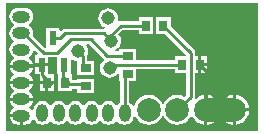
<source format=gbl>
%FSLAX25Y25*%
%MOIN*%
G70*
G01*
G75*
G04 Layer_Physical_Order=2*
G04 Layer_Color=16711680*
%ADD10R,0.25197X0.22835*%
%ADD11R,0.08661X0.03150*%
%ADD12O,0.02362X0.07087*%
%ADD13C,0.04000*%
%ADD14C,0.01000*%
%ADD15C,0.07874*%
%ADD16O,0.03937X0.05906*%
%ADD17O,0.05906X0.03937*%
%ADD18C,0.04500*%
%ADD19R,0.03543X0.02756*%
%ADD20R,0.02756X0.03543*%
%ADD21R,0.02362X0.04528*%
G36*
X84500Y500D02*
X500D01*
Y43000D01*
X84500D01*
Y500D01*
D02*
G37*
%LPC*%
G36*
X77000Y12414D02*
Y8000D01*
X81414D01*
X81310Y8789D01*
X80813Y9990D01*
X80021Y11021D01*
X78990Y11812D01*
X77789Y12310D01*
X77000Y12414D01*
D02*
G37*
G36*
X6484Y41494D02*
X4516D01*
X3741Y41392D01*
X3019Y41093D01*
X2399Y40617D01*
X1923Y39997D01*
X1624Y39275D01*
X1522Y38500D01*
X1624Y37725D01*
X1923Y37003D01*
X2399Y36383D01*
X2898Y36000D01*
Y35500D01*
X2399Y35117D01*
X1923Y34497D01*
X1624Y33775D01*
X1522Y33000D01*
X1624Y32225D01*
X1923Y31503D01*
X2399Y30883D01*
X2898Y30500D01*
Y30000D01*
X2399Y29617D01*
X1923Y28997D01*
X1624Y28275D01*
X1522Y27500D01*
X1624Y26725D01*
X1923Y26003D01*
X2399Y25383D01*
X2898Y25000D01*
Y24500D01*
X2399Y24117D01*
X1923Y23497D01*
X1624Y22775D01*
X1587Y22500D01*
X9413D01*
X9376Y22775D01*
X9077Y23497D01*
X8601Y24117D01*
X8102Y24500D01*
Y25000D01*
X8601Y25383D01*
X9077Y26003D01*
X9376Y26725D01*
X9433Y27159D01*
X9907Y27320D01*
X10930Y26297D01*
X10739Y25835D01*
X10079D01*
Y23071D01*
X14441D01*
Y24971D01*
X17500D01*
X17559Y24922D01*
Y19307D01*
X17575D01*
Y19272D01*
X17575D01*
Y13728D01*
X22331D01*
Y14471D01*
X24228D01*
Y13169D01*
X29772D01*
Y17925D01*
X24228D01*
Y17529D01*
X22601D01*
X22534Y17629D01*
X22331Y17832D01*
Y19272D01*
X21921D01*
Y19307D01*
X21921D01*
Y24317D01*
X22370Y24538D01*
X22861Y24161D01*
X23652Y23834D01*
X24228Y23758D01*
Y19075D01*
X29772D01*
Y23831D01*
X27529D01*
Y25500D01*
X27486Y25717D01*
X27666Y26152D01*
X27778Y27000D01*
X27666Y27848D01*
X27339Y28639D01*
X27045Y29022D01*
X27266Y29471D01*
X28023D01*
X32976Y24518D01*
X32944Y24019D01*
X32682Y23818D01*
X32161Y23139D01*
X31834Y22348D01*
X31722Y21500D01*
X31834Y20652D01*
X32161Y19861D01*
X32682Y19182D01*
X33361Y18661D01*
X34152Y18334D01*
X35000Y18222D01*
X35848Y18334D01*
X36639Y18661D01*
X37318Y19182D01*
X37755Y19751D01*
X38228Y19591D01*
Y17169D01*
X38471D01*
Y10052D01*
X37883Y9601D01*
X37500Y9103D01*
X37000D01*
X36617Y9601D01*
X35997Y10077D01*
X35275Y10376D01*
X34500Y10478D01*
X33725Y10376D01*
X33003Y10077D01*
X32383Y9601D01*
X32000Y9103D01*
X31500D01*
X31117Y9601D01*
X30497Y10077D01*
X29775Y10376D01*
X29000Y10478D01*
X28225Y10376D01*
X27503Y10077D01*
X26883Y9601D01*
X26500Y9103D01*
X26000D01*
X25617Y9601D01*
X24997Y10077D01*
X24275Y10376D01*
X23500Y10478D01*
X22725Y10376D01*
X22003Y10077D01*
X21383Y9601D01*
X21000Y9103D01*
X20500D01*
X20117Y9601D01*
X19497Y10077D01*
X18775Y10376D01*
X18000Y10478D01*
X17225Y10376D01*
X16503Y10077D01*
X15883Y9601D01*
X15500Y9103D01*
X15000D01*
X14617Y9601D01*
X13997Y10077D01*
X13275Y10376D01*
X12500Y10478D01*
X11725Y10376D01*
X11003Y10077D01*
X10383Y9601D01*
X9907Y8981D01*
X9608Y8259D01*
X9506Y7484D01*
Y7216D01*
X9032Y7056D01*
X8601Y7617D01*
X8102Y8000D01*
Y8500D01*
X8601Y8883D01*
X9077Y9503D01*
X9376Y10225D01*
X9413Y10500D01*
X1587D01*
X1624Y10225D01*
X1923Y9503D01*
X2399Y8883D01*
X2898Y8500D01*
Y8000D01*
X2399Y7617D01*
X1923Y6997D01*
X1624Y6275D01*
X1587Y6000D01*
X5500D01*
Y5500D01*
X6000D01*
Y2506D01*
X6484D01*
X7259Y2608D01*
X7981Y2907D01*
X8601Y3383D01*
X9077Y4003D01*
X9245Y4409D01*
X9745D01*
X9907Y4019D01*
X10383Y3399D01*
X11003Y2923D01*
X11725Y2624D01*
X12500Y2522D01*
X13275Y2624D01*
X13997Y2923D01*
X14617Y3399D01*
X15000Y3898D01*
X15500D01*
X15883Y3399D01*
X16503Y2923D01*
X17225Y2624D01*
X18000Y2522D01*
X18775Y2624D01*
X19497Y2923D01*
X20117Y3399D01*
X20500Y3898D01*
X21000D01*
X21383Y3399D01*
X22003Y2923D01*
X22725Y2624D01*
X23500Y2522D01*
X24275Y2624D01*
X24997Y2923D01*
X25617Y3399D01*
X26000Y3898D01*
X26500D01*
X26883Y3399D01*
X27503Y2923D01*
X28225Y2624D01*
X29000Y2522D01*
X29775Y2624D01*
X30497Y2923D01*
X31117Y3399D01*
X31500Y3898D01*
X32000D01*
X32383Y3399D01*
X33003Y2923D01*
X33725Y2624D01*
X34500Y2522D01*
X35275Y2624D01*
X35997Y2923D01*
X36617Y3399D01*
X37000Y3898D01*
X37500D01*
X37883Y3399D01*
X38503Y2923D01*
X39225Y2624D01*
X40000Y2522D01*
X40775Y2624D01*
X41497Y2923D01*
X42117Y3399D01*
X42593Y4019D01*
X42892Y4741D01*
X42985Y5445D01*
X43481Y5510D01*
X43687Y5010D01*
X44479Y3979D01*
X45510Y3187D01*
X46711Y2690D01*
X48000Y2520D01*
X49289Y2690D01*
X50490Y3187D01*
X51521Y3979D01*
X52312Y5010D01*
X52500Y5463D01*
X53000D01*
X53188Y5010D01*
X53979Y3979D01*
X55010Y3187D01*
X56211Y2690D01*
X57500Y2520D01*
X58789Y2690D01*
X59990Y3187D01*
X61021Y3979D01*
X61813Y5010D01*
X62000Y5463D01*
X62500D01*
X62687Y5010D01*
X63479Y3979D01*
X64510Y3187D01*
X65711Y2690D01*
X66500Y2586D01*
Y7500D01*
Y12414D01*
X65711Y12310D01*
X64510Y11812D01*
X63801Y11268D01*
X63376Y11532D01*
X63455Y11925D01*
Y19728D01*
X64453D01*
Y22500D01*
Y25272D01*
X63455D01*
Y26528D01*
X63338Y27113D01*
X63007Y27609D01*
X55244Y35372D01*
Y38358D01*
X50488D01*
Y32815D01*
X53475D01*
X60396Y25894D01*
Y25272D01*
X56669D01*
Y24104D01*
X43772D01*
Y27831D01*
X38228D01*
Y26982D01*
X36781D01*
X36684Y27472D01*
X37139Y27661D01*
X37818Y28182D01*
X38339Y28861D01*
X38666Y29652D01*
X38778Y30500D01*
X38666Y31348D01*
X38339Y32139D01*
X37889Y32726D01*
X39220Y34057D01*
X44583D01*
Y32815D01*
X49339D01*
Y38358D01*
X44583D01*
Y37116D01*
X38587D01*
X38058Y37011D01*
X37887Y37171D01*
X37705Y37444D01*
X37778Y38000D01*
X37666Y38848D01*
X37339Y39639D01*
X36818Y40318D01*
X36139Y40839D01*
X35348Y41166D01*
X34500Y41278D01*
X33652Y41166D01*
X32861Y40839D01*
X32182Y40318D01*
X31661Y39639D01*
X31334Y38848D01*
X31222Y38000D01*
X31334Y37152D01*
X31661Y36361D01*
X32182Y35682D01*
X32861Y35161D01*
X33310Y34975D01*
X33165Y34497D01*
X33000Y34529D01*
X20000D01*
X19415Y34413D01*
X18919Y34081D01*
X18643Y33806D01*
X18181Y33997D01*
Y34693D01*
X13819D01*
Y28387D01*
X13357Y28195D01*
X9362Y32190D01*
X9376Y32225D01*
X9478Y33000D01*
X9376Y33775D01*
X9077Y34497D01*
X8601Y35117D01*
X8102Y35500D01*
Y36000D01*
X8601Y36383D01*
X9077Y37003D01*
X9376Y37725D01*
X9478Y38500D01*
X9376Y39275D01*
X9077Y39997D01*
X8601Y40617D01*
X7981Y41093D01*
X7259Y41392D01*
X6484Y41494D01*
D02*
G37*
G36*
X9413Y16000D02*
X1587D01*
X1624Y15725D01*
X1923Y15003D01*
X2399Y14383D01*
X2898Y14000D01*
Y13500D01*
X2399Y13117D01*
X1923Y12497D01*
X1624Y11775D01*
X1587Y11500D01*
X9413D01*
X9376Y11775D01*
X9077Y12497D01*
X8601Y13117D01*
X8102Y13500D01*
Y14000D01*
X8601Y14383D01*
X9077Y15003D01*
X9376Y15725D01*
X9413Y16000D01*
D02*
G37*
G36*
X81414Y7000D02*
X77000D01*
Y2586D01*
X77789Y2690D01*
X78990Y3187D01*
X80021Y3979D01*
X80813Y5010D01*
X81310Y6211D01*
X81414Y7000D01*
D02*
G37*
G36*
X5000Y5000D02*
X1587D01*
X1624Y4725D01*
X1923Y4003D01*
X2399Y3383D01*
X3019Y2907D01*
X3741Y2608D01*
X4516Y2506D01*
X5000D01*
Y5000D01*
D02*
G37*
G36*
X69897Y3500D02*
X67500D01*
Y2586D01*
X68289Y2690D01*
X69490Y3187D01*
X69897Y3500D01*
D02*
G37*
G36*
X76000D02*
X73603D01*
X74010Y3187D01*
X75211Y2690D01*
X76000Y2586D01*
Y3500D01*
D02*
G37*
G36*
X67500Y12414D02*
Y11500D01*
X69897D01*
X69490Y11812D01*
X68289Y12310D01*
X67500Y12414D01*
D02*
G37*
G36*
X14441Y22071D02*
X10079D01*
Y19307D01*
X11634D01*
X11669Y19272D01*
X11669Y18954D01*
X11669Y18954D01*
X11669D01*
Y17000D01*
X16425D01*
Y19272D01*
X14441D01*
Y19272D01*
Y19307D01*
X14441Y19625D01*
X14441Y19625D01*
X14441D01*
Y22071D01*
D02*
G37*
G36*
X9413Y21500D02*
X1587D01*
X1624Y21225D01*
X1923Y20503D01*
X2399Y19883D01*
X2898Y19500D01*
Y19000D01*
X2399Y18617D01*
X1923Y17997D01*
X1624Y17275D01*
X1587Y17000D01*
X9413D01*
X9376Y17275D01*
X9077Y17997D01*
X8601Y18617D01*
X8102Y19000D01*
Y19500D01*
X8601Y19883D01*
X9077Y20503D01*
X9376Y21225D01*
X9413Y21500D01*
D02*
G37*
G36*
X67331Y25272D02*
X65453D01*
Y23000D01*
X67331D01*
Y25272D01*
D02*
G37*
G36*
Y22000D02*
X65453D01*
Y19728D01*
X67331D01*
Y22000D01*
D02*
G37*
G36*
X76000Y12414D02*
X75211Y12310D01*
X74010Y11812D01*
X73603Y11500D01*
X76000D01*
Y12414D01*
D02*
G37*
G36*
X13547Y16000D02*
X11669D01*
Y13728D01*
X13547D01*
Y16000D01*
D02*
G37*
G36*
X16425D02*
X14547D01*
Y13728D01*
X16425D01*
Y16000D01*
D02*
G37*
%LPD*%
G36*
X56669Y19728D02*
X60396D01*
Y12559D01*
X59749Y11912D01*
X58789Y12310D01*
X57500Y12480D01*
X56211Y12310D01*
X55010Y11812D01*
X53979Y11021D01*
X53188Y9990D01*
X53000Y9537D01*
X52500D01*
X52312Y9990D01*
X51521Y11021D01*
X50490Y11812D01*
X49289Y12310D01*
X48000Y12480D01*
X46711Y12310D01*
X45510Y11812D01*
X44479Y11021D01*
X43687Y9990D01*
X43190Y8789D01*
X42643Y8861D01*
X42593Y8981D01*
X42117Y9601D01*
X41529Y10052D01*
Y17169D01*
X43772D01*
Y21045D01*
X56669D01*
Y19728D01*
D02*
G37*
D14*
X38587Y35587D02*
X46961D01*
X57500Y7500D02*
X57682D01*
X21453Y16000D02*
X27000D01*
X21453D02*
Y16547D01*
X19500Y18500D02*
X21453Y16547D01*
X19500Y18500D02*
Y22331D01*
X19740Y22571D01*
X12547Y19000D02*
X15547Y16000D01*
X12547Y19000D02*
Y22284D01*
X12331Y22500D02*
X12547Y22284D01*
X5500Y22500D02*
X12331D01*
X28657Y31000D02*
X34204Y25453D01*
X5500Y33000D02*
X5889D01*
X33000D02*
X34500Y31500D01*
X35500Y30500D01*
X34500Y31500D02*
X38587Y35587D01*
X13000Y26500D02*
X17500D01*
X13000Y26389D02*
Y26500D01*
X5889Y33500D02*
X13000Y26389D01*
X35000Y22575D02*
X59000D01*
X20000Y33000D02*
X33000D01*
X17500Y26500D02*
X22000Y31000D01*
X28657D01*
X16000Y31429D02*
X18429D01*
X20000Y33000D01*
X24500Y27000D02*
X26000Y25500D01*
Y21453D02*
Y25500D01*
X64953Y22500D02*
X67000Y20453D01*
Y7500D02*
Y20453D01*
X57500Y7500D02*
X61925Y11925D01*
X52866Y35587D02*
X61925Y26528D01*
Y11925D02*
Y26528D01*
X40000Y6500D02*
Y18547D01*
X41000Y19547D01*
X34204Y25453D02*
X41000D01*
D15*
X67000Y7500D02*
D03*
X76500D02*
D03*
X57500D02*
D03*
X48000D02*
D03*
D16*
X40000Y6500D02*
D03*
X34500D02*
D03*
X29000D02*
D03*
X23500D02*
D03*
X12500D02*
D03*
X18000D02*
D03*
D17*
X5500Y5500D02*
D03*
Y11000D02*
D03*
Y16500D02*
D03*
Y22000D02*
D03*
Y27500D02*
D03*
Y33000D02*
D03*
Y38500D02*
D03*
D18*
X35000Y21500D02*
D03*
X24500Y27000D02*
D03*
X34500Y38000D02*
D03*
X35500Y30500D02*
D03*
D19*
X27000Y15547D02*
D03*
Y21453D02*
D03*
X41000Y19547D02*
D03*
Y25453D02*
D03*
D20*
X64953Y22500D02*
D03*
X59047D02*
D03*
X14047Y16500D02*
D03*
X19953D02*
D03*
X46961Y35587D02*
D03*
X52866D02*
D03*
D21*
X19740Y22571D02*
D03*
X12260D02*
D03*
X16000Y31429D02*
D03*
M02*

</source>
